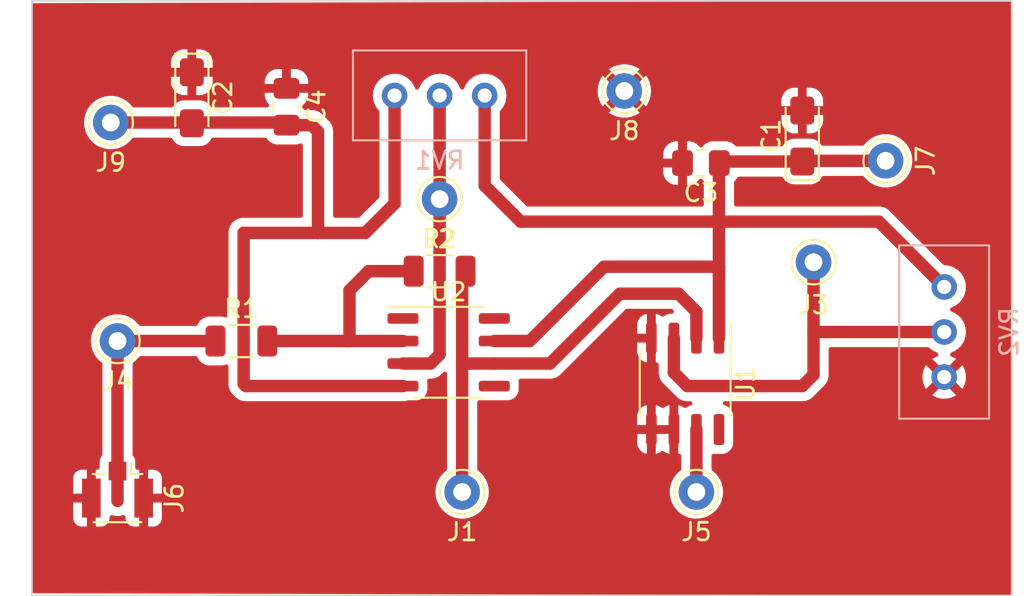
<source format=kicad_pcb>
(kicad_pcb (version 20221018) (generator pcbnew)
  (layers (0 "F.Cu" signal) (31 "B.Cu" signal) (34 "B.Paste" user) (35 "F.Paste" user) (36 "B.SilkS" user "B.Silkscreen") (37 "F.SilkS" user "F.Silkscreen") (38 "B.Mask" user) (39 "F.Mask" user) (44 "Edge.Cuts" user))
  (net 0 "")
  (net 1 "Net-(J1-Pin_1)")
  (net 2 "Net-(J2-Pin_1)")
  (net 3 "Net-(J3-Pin_1)")
  (net 4 "Net-(J4-Pin_1)")
  (net 5 "Net-(J5-Pin_1)")
  (net 6 "GND")
  (net 7 "Net-(U2--)")
  (net 8 "+5V")
  (net 9 "-5V")
  (footprint "Connector_Pin:Pin_D1.0mm_L10.0mm" (layer "F.Cu") (at 116.84 58.169)
    (fp_text reference "J5" (at 0 2.25) (layer "F.SilkS"))
    (fp_text value "Conn_01x01_Pin")
    (fp_circle (center 0 0) (end 1.25 0.05) (stroke (width 0.12)) (fill none) (layer "F.SilkS"))
    (pad "1" thru_hole circle (at 0 0) (size 2 2) (drill 1) (layers "*.Cu" "*.Mask") (net 5 "Net-(J5-Pin_1)"))
  )
  (footprint "Capacitor_Tantalum_SMD:CP_EIA-3216-18_Kemet-A_Pad1.58x1.35mm_HandSolder" (layer "F.Cu") (at 122.809 38.1 90)
    (fp_text reference "C1" (at 0 -1.75 90) (layer "F.SilkS"))
    (fp_text value "C_Polarized")
    (fp_line (start -2.485 -0.935) (end -2.485 0.935) (stroke (width 0.12)) (layer "F.SilkS"))
    (fp_line (start -2.485 0.935) (end 1.6 0.935) (stroke (width 0.12)) (layer "F.SilkS"))
    (fp_line (start 1.6 -0.935) (end -2.485 -0.935) (stroke (width 0.12)) (layer "F.SilkS"))
    (pad "1" smd roundrect (at -1.4375 0 90) (size 1.575 1.35) (layers "F.Cu" "F.Paste" "F.Mask") (roundrect_rratio 0.185185) (net 8 "+5V"))
    (pad "2" smd roundrect (at 1.4375 0 90) (size 1.575 1.35) (layers "F.Cu" "F.Paste" "F.Mask") (roundrect_rratio 0.185185) (net 6 "GND"))
  )
  (footprint "Connector_Pin:Pin_D1.0mm_L10.0mm" (layer "F.Cu") (at 123.444 45.212)
    (fp_text reference "J3" (at 0 2.411) (layer "F.SilkS"))
    (fp_text value "Conn_01x01_Pin")
    (fp_circle (center 0 0) (end 1.25 0.05) (stroke (width 0.12)) (fill none) (layer "F.SilkS"))
    (pad "1" thru_hole circle (at 0 0) (size 2 2) (drill 1) (layers "*.Cu" "*.Mask") (net 3 "Net-(J3-Pin_1)"))
  )
  (footprint "Connector_Coaxial:U.FL_Hirose_U.FL-R-SMT-1_Vertical" (layer "F.Cu") (at 84.201 58.039 -90)
    (fp_text reference "J6" (at 0.475 -3.2 90) (layer "F.SilkS"))
    (fp_text value "Conn_Coaxial")
    (fp_line (start -0.885 -1.4) (end -0.885 -0.76) (stroke (width 0.12)) (layer "F.SilkS"))
    (fp_line (start -0.885 -0.76) (end -1.515 -0.76) (stroke (width 0.12)) (layer "F.SilkS"))
    (fp_line (start -0.885 1.4) (end -0.885 0.76) (stroke (width 0.12)) (layer "F.SilkS"))
    (fp_line (start 1.835 -1.35) (end 1.835 1.35) (stroke (width 0.12)) (layer "F.SilkS"))
    (pad "1" smd rect (at -1.05 0 270) (size 1.05 1) (layers "F.Cu" "F.Paste" "F.Mask") (net 4 "Net-(J4-Pin_1)"))
    (pad "2" smd rect (at 0.475 -1.475 270) (size 2.2 1.05) (layers "F.Cu" "F.Paste" "F.Mask") (net 6 "GND"))
    (pad "2" smd rect (at 0.475 1.475 270) (size 2.2 1.05) (layers "F.Cu" "F.Paste" "F.Mask") (net 6 "GND"))
  )
  (footprint "Package_SO:SO-8_3.9x4.9mm_P1.27mm" (layer "F.Cu") (at 116.205 52.07 -90)
    (fp_text reference "U1" (at 0 -3.4 90) (layer "F.SilkS"))
    (fp_text value "AD8611ARZ")
    (fp_line (start 0 -2.56) (end -3.45 -2.56) (stroke (width 0.12)) (layer "F.SilkS"))
    (fp_line (start 0 -2.56) (end 1.95 -2.56) (stroke (width 0.12)) (layer "F.SilkS"))
    (fp_line (start 0 2.56) (end -1.95 2.56) (stroke (width 0.12)) (layer "F.SilkS"))
    (fp_line (start 0 2.56) (end 1.95 2.56) (stroke (width 0.12)) (layer "F.SilkS"))
    (pad "1" smd roundrect (at -2.575 -1.905 270) (size 1.75 0.6) (layers "F.Cu" "F.Paste" "F.Mask") (net 8 "+5V"))
    (pad "2" smd roundrect (at -2.575 -0.635 270) (size 1.75 0.6) (layers "F.Cu" "F.Paste" "F.Mask") (net 1 "Net-(J1-Pin_1)"))
    (pad "3" smd roundrect (at -2.575 0.635 270) (size 1.75 0.6) (layers "F.Cu" "F.Paste" "F.Mask") (net 3 "Net-(J3-Pin_1)"))
    (pad "4" smd roundrect (at -2.575 1.905 270) (size 1.75 0.6) (layers "F.Cu" "F.Paste" "F.Mask") (net 6 "GND"))
    (pad "5" smd roundrect (at 2.575 1.905 270) (size 1.75 0.6) (layers "F.Cu" "F.Paste" "F.Mask") (net 6 "GND"))
    (pad "6" smd roundrect (at 2.575 0.635 270) (size 1.75 0.6) (layers "F.Cu" "F.Paste" "F.Mask") (net 6 "GND"))
    (pad "7" smd roundrect (at 2.575 -0.635 270) (size 1.75 0.6) (layers "F.Cu" "F.Paste" "F.Mask") (net 5 "Net-(J5-Pin_1)"))
    (pad "8" smd roundrect (at 2.575 -1.905 270) (size 1.75 0.6) (layers "F.Cu" "F.Paste" "F.Mask"))
  )
  (footprint "Package_SO:SO-8_3.9x4.9mm_P1.27mm" (layer "F.Cu") (at 102.87 50.292)
    (fp_text reference "U2" (at 0 -3.4) (layer "F.SilkS"))
    (fp_text value "AD8055AR")
    (fp_line (start 0 -2.56) (end -3.45 -2.56) (stroke (width 0.12)) (layer "F.SilkS"))
    (fp_line (start 0 -2.56) (end 1.95 -2.56) (stroke (width 0.12)) (layer "F.SilkS"))
    (fp_line (start 0 2.56) (end -1.95 2.56) (stroke (width 0.12)) (layer "F.SilkS"))
    (fp_line (start 0 2.56) (end 1.95 2.56) (stroke (width 0.12)) (layer "F.SilkS"))
    (pad "1" smd roundrect (at -2.575 -1.905) (size 1.75 0.6) (layers "F.Cu" "F.Paste" "F.Mask"))
    (pad "2" smd roundrect (at -2.575 -0.635) (size 1.75 0.6) (layers "F.Cu" "F.Paste" "F.Mask") (net 7 "Net-(U2--)"))
    (pad "3" smd roundrect (at -2.575 0.635) (size 1.75 0.6) (layers "F.Cu" "F.Paste" "F.Mask") (net 2 "Net-(J2-Pin_1)"))
    (pad "4" smd roundrect (at -2.575 1.905) (size 1.75 0.6) (layers "F.Cu" "F.Paste" "F.Mask") (net 9 "-5V"))
    (pad "5" smd roundrect (at 2.575 1.905) (size 1.75 0.6) (layers "F.Cu" "F.Paste" "F.Mask"))
    (pad "6" smd roundrect (at 2.575 0.635) (size 1.75 0.6) (layers "F.Cu" "F.Paste" "F.Mask") (net 1 "Net-(J1-Pin_1)"))
    (pad "7" smd roundrect (at 2.575 -0.635) (size 1.75 0.6) (layers "F.Cu" "F.Paste" "F.Mask") (net 8 "+5V"))
    (pad "8" smd roundrect (at 2.575 -1.905) (size 1.75 0.6) (layers "F.Cu" "F.Paste" "F.Mask"))
  )
  (footprint "Resistor_SMD:R_1206_3216Metric" (layer "F.Cu") (at 102.362 45.72)
    (fp_text reference "R2" (at 0 -1.82) (layer "F.SilkS"))
    (fp_text value "10K")
    (fp_line (start -0.727064 -0.91) (end 0.727064 -0.91) (stroke (width 0.12)) (layer "F.SilkS"))
    (fp_line (start -0.727064 0.91) (end 0.727064 0.91) (stroke (width 0.12)) (layer "F.SilkS"))
    (pad "1" smd roundrect (at -1.4625 0) (size 1.125 1.75) (layers "F.Cu" "F.Paste" "F.Mask") (roundrect_rratio 0.222222) (net 7 "Net-(U2--)"))
    (pad "2" smd roundrect (at 1.4625 0) (size 1.125 1.75) (layers "F.Cu" "F.Paste" "F.Mask") (roundrect_rratio 0.222222) (net 1 "Net-(J1-Pin_1)"))
  )
  (footprint "Connector_Pin:Pin_D1.0mm_L10.0mm" (layer "F.Cu") (at 102.362 41.656)
    (fp_text reference "J2" (at 0 2.25) (layer "F.SilkS"))
    (fp_text value "Conn_01x01_Pin")
    (fp_circle (center 0 0) (end 1.25 0.05) (stroke (width 0.12)) (fill none) (layer "F.SilkS"))
    (pad "1" thru_hole circle (at 0 0) (size 2 2) (drill 1) (layers "*.Cu" "*.Mask") (net 2 "Net-(J2-Pin_1)"))
  )
  (footprint "Resistor_SMD:R_1206_3216Metric" (layer "F.Cu") (at 91.186 49.657)
    (fp_text reference "R1" (at 0 -1.82) (layer "F.SilkS"))
    (fp_text value "10K")
    (fp_line (start -0.727064 -0.91) (end 0.727064 -0.91) (stroke (width 0.12)) (layer "F.SilkS"))
    (fp_line (start -0.727064 0.91) (end 0.727064 0.91) (stroke (width 0.12)) (layer "F.SilkS"))
    (pad "1" smd roundrect (at -1.4625 0) (size 1.125 1.75) (layers "F.Cu" "F.Paste" "F.Mask") (roundrect_rratio 0.222222) (net 4 "Net-(J4-Pin_1)"))
    (pad "2" smd roundrect (at 1.4625 0) (size 1.125 1.75) (layers "F.Cu" "F.Paste" "F.Mask") (roundrect_rratio 0.222222) (net 7 "Net-(U2--)"))
  )
  (footprint "Capacitor_SMD:C_0805_2012Metric_Pad1.18x1.45mm_HandSolder" (layer "F.Cu") (at 93.726 36.449 -90)
    (fp_text reference "C4" (at 0 -1.68 90) (layer "F.SilkS"))
    (fp_text value "C")
    (fp_line (start -0.261252 -0.735) (end 0.261252 -0.735) (stroke (width 0.12)) (layer "F.SilkS"))
    (fp_line (start -0.261252 0.735) (end 0.261252 0.735) (stroke (width 0.12)) (layer "F.SilkS"))
    (pad "1" smd roundrect (at -1.0375 0 270) (size 1.175 1.45) (layers "F.Cu" "F.Paste" "F.Mask") (roundrect_rratio 0.212766) (net 6 "GND"))
    (pad "2" smd roundrect (at 1.0375 0 270) (size 1.175 1.45) (layers "F.Cu" "F.Paste" "F.Mask") (roundrect_rratio 0.212766) (net 9 "-5V"))
  )
  (footprint "Connector_Pin:Pin_D1.0mm_L10.0mm" (layer "F.Cu") (at 84.201 49.657)
    (fp_text reference "J4" (at 0 2.25) (layer "F.SilkS"))
    (fp_text value "Conn_01x01_Pin")
    (fp_circle (center 0 0) (end 1.25 0.05) (stroke (width 0.12)) (fill none) (layer "F.SilkS"))
    (pad "1" thru_hole circle (at 0 0) (size 2 2) (drill 1) (layers "*.Cu" "*.Mask") (net 4 "Net-(J4-Pin_1)"))
  )
  (footprint "Connector_Pin:Pin_D1.0mm_L10.0mm" (layer "F.Cu") (at 112.776 35.56)
    (fp_text reference "J8" (at 0 2.25) (layer "F.SilkS"))
    (fp_text value "Conn_01x01_Pin")
    (fp_circle (center 0 0) (end 1.25 0.05) (stroke (width 0.12)) (fill none) (layer "F.SilkS"))
    (pad "1" thru_hole circle (at 0 0) (size 2 2) (drill 1) (layers "*.Cu" "*.Mask") (net 6 "GND"))
  )
  (footprint "Connector_Pin:Pin_D1.0mm_L10.0mm" (layer "F.Cu") (at 127.508 39.497 90)
    (fp_text reference "J7" (at 0 2.25 90) (layer "F.SilkS"))
    (fp_text value "Conn_01x01_Pin")
    (fp_circle (center 0 0) (end 1.25 0.05) (stroke (width 0.12)) (fill none) (layer "F.SilkS"))
    (pad "1" thru_hole circle (at 0 0 90) (size 2 2) (drill 1) (layers "*.Cu" "*.Mask") (net 8 "+5V"))
  )
  (footprint "Connector_Pin:Pin_D1.0mm_L10.0mm" (layer "F.Cu") (at 83.82 37.338)
    (fp_text reference "J9" (at 0 2.25) (layer "F.SilkS"))
    (fp_text value "Conn_01x01_Pin")
    (fp_circle (center 0 0) (end 1.25 0.05) (stroke (width 0.12)) (fill none) (layer "F.SilkS"))
    (pad "1" thru_hole circle (at 0 0) (size 2 2) (drill 1) (layers "*.Cu" "*.Mask") (net 9 "-5V"))
  )
  (footprint "Capacitor_Tantalum_SMD:CP_EIA-3216-18_Kemet-A_Pad1.58x1.35mm_HandSolder" (layer "F.Cu") (at 88.392 35.941 -90)
    (fp_text reference "C2" (at 0 -1.75 90) (layer "F.SilkS"))
    (fp_text value "C_Polarized")
    (fp_line (start -2.485 -0.935) (end -2.485 0.935) (stroke (width 0.12)) (layer "F.SilkS"))
    (fp_line (start -2.485 0.935) (end 1.6 0.935) (stroke (width 0.12)) (layer "F.SilkS"))
    (fp_line (start 1.6 -0.935) (end -2.485 -0.935) (stroke (width 0.12)) (layer "F.SilkS"))
    (pad "1" smd roundrect (at -1.4375 0 270) (size 1.575 1.35) (layers "F.Cu" "F.Paste" "F.Mask") (roundrect_rratio 0.185185) (net 6 "GND"))
    (pad "2" smd roundrect (at 1.4375 0 270) (size 1.575 1.35) (layers "F.Cu" "F.Paste" "F.Mask") (roundrect_rratio 0.185185) (net 9 "-5V"))
  )
  (footprint "Capacitor_SMD:C_0805_2012Metric_Pad1.18x1.45mm_HandSolder" (layer "F.Cu") (at 117.094 39.624 180)
    (fp_text reference "C3" (at 0 -1.68) (layer "F.SilkS"))
    (fp_text value "C")
    (fp_line (start -0.261252 -0.735) (end 0.261252 -0.735) (stroke (width 0.12)) (layer "F.SilkS"))
    (fp_line (start -0.261252 0.735) (end 0.261252 0.735) (stroke (width 0.12)) (layer "F.SilkS"))
    (pad "1" smd roundrect (at -1.0375 0 180) (size 1.175 1.45) (layers "F.Cu" "F.Paste" "F.Mask") (roundrect_rratio 0.212766) (net 8 "+5V"))
    (pad "2" smd roundrect (at 1.0375 0 180) (size 1.175 1.45) (layers "F.Cu" "F.Paste" "F.Mask") (roundrect_rratio 0.212766) (net 6 "GND"))
  )
  (footprint "Connector_Pin:Pin_D1.0mm_L10.0mm" (layer "F.Cu") (at 103.632 58.169)
    (fp_text reference "J1" (at 0 2.25) (layer "F.SilkS"))
    (fp_text value "Conn_01x01_Pin")
    (fp_circle (center 0 0) (end 1.25 0.05) (stroke (width 0.12)) (fill none) (layer "F.SilkS"))
    (pad "1" thru_hole circle (at 0 0) (size 2 2) (drill 1) (layers "*.Cu" "*.Mask") (net 1 "Net-(J1-Pin_1)"))
  )
  (footprint "Potentiometer_THT:Potentiometer_Bourns_3296W_Vertical" (layer "B.Cu") (at 130.81 46.609 90)
    (fp_text reference "RV2" (at -2.54 3.66 90) (layer "B.SilkS") (effects (justify mirror)))
    (fp_text value "10K")
    (fp_line (start -7.425 -2.54) (end 2.345 -2.54) (stroke (width 0.12)) (layer "B.SilkS"))
    (fp_line (start -7.425 2.53) (end -7.425 -2.54) (stroke (width 0.12)) (layer "B.SilkS"))
    (fp_line (start -7.425 2.53) (end 2.345 2.53) (stroke (width 0.12)) (layer "B.SilkS"))
    (fp_line (start 2.345 2.53) (end 2.345 -2.54) (stroke (width 0.12)) (layer "B.SilkS"))
    (pad "1" thru_hole circle (at 0 0 90) (size 1.44 1.44) (drill 0.8) (layers "*.Cu" "*.Mask") (net 8 "+5V"))
    (pad "2" thru_hole circle (at -2.54 0 90) (size 1.44 1.44) (drill 0.8) (layers "*.Cu" "*.Mask") (net 3 "Net-(J3-Pin_1)"))
    (pad "3" thru_hole circle (at -5.08 0 90) (size 1.44 1.44) (drill 0.8) (layers "*.Cu" "*.Mask") (net 6 "GND"))
  )
  (footprint "Potentiometer_THT:Potentiometer_Bourns_3296W_Vertical" (layer "B.Cu") (at 104.902 35.814)
    (fp_text reference "RV1" (at -2.54 3.66) (layer "B.SilkS") (effects (justify mirror)))
    (fp_text value "10K")
    (fp_line (start -7.425 -2.54) (end 2.345 -2.54) (stroke (width 0.12)) (layer "B.SilkS"))
    (fp_line (start -7.425 2.53) (end -7.425 -2.54) (stroke (width 0.12)) (layer "B.SilkS"))
    (fp_line (start -7.425 2.53) (end 2.345 2.53) (stroke (width 0.12)) (layer "B.SilkS"))
    (fp_line (start 2.345 2.53) (end 2.345 -2.54) (stroke (width 0.12)) (layer "B.SilkS"))
    (pad "1" thru_hole circle (at 0 0) (size 1.44 1.44) (drill 0.8) (layers "*.Cu" "*.Mask") (net 8 "+5V"))
    (pad "2" thru_hole circle (at -2.54 0) (size 1.44 1.44) (drill 0.8) (layers "*.Cu" "*.Mask") (net 2 "Net-(J2-Pin_1)"))
    (pad "3" thru_hole circle (at -5.08 0) (size 1.44 1.44) (drill 0.8) (layers "*.Cu" "*.Mask") (net 9 "-5V"))
  )
  (gr_rect (start 79.375 30.48) (end 134.62 64.008) (stroke (width 0.1)) (fill none) (layer "Edge.Cuts"))
  (segment (start 112.522 46.99) (end 108.585 50.927) (width 0.7) (layer "F.Cu") (net 1))
  (segment (start 103.632 50.927) (end 103.632 58.169) (width 0.7) (layer "F.Cu") (net 1))
  (segment (start 103.632 50.927) (end 103.632 45.7815) (width 0.7) (layer "F.Cu") (net 1))
  (segment (start 116.84 49.495) (end 116.84 48.006) (width 0.7) (layer "F.Cu") (net 1))
  (segment (start 105.445 50.927) (end 103.632 50.927) (width 0.7) (layer "F.Cu") (net 1))
  (segment (start 115.824 46.99) (end 112.522 46.99) (width 0.7) (layer "F.Cu") (net 1))
  (segment (start 108.585 50.927) (end 105.445 50.927) (width 0.7) (layer "F.Cu") (net 1))
  (segment (start 116.84 48.006) (end 115.824 46.99) (width 0.7) (layer "F.Cu") (net 1))
  (segment (start 100.295 50.927) (end 101.854 50.927) (width 0.7) (layer "F.Cu") (net 2))
  (segment (start 101.854 50.927) (end 102.362 50.419) (width 0.7) (layer "F.Cu") (net 2))
  (segment (start 102.362 50.419) (end 102.362 35.814) (width 0.7) (layer "F.Cu") (net 2))
  (segment (start 115.57 49.495) (end 115.57 51.435) (width 0.7) (layer "F.Cu") (net 3))
  (segment (start 123.444 51.562) (end 123.444 45.212) (width 0.7) (layer "F.Cu") (net 3))
  (segment (start 116.332 52.197) (end 122.809 52.197) (width 0.7) (layer "F.Cu") (net 3))
  (segment (start 122.809 52.197) (end 123.444 51.562) (width 0.7) (layer "F.Cu") (net 3))
  (segment (start 115.57 51.435) (end 116.332 52.197) (width 0.7) (layer "F.Cu") (net 3))
  (segment (start 130.81 49.149) (end 123.444 49.149) (width 0.7) (layer "F.Cu") (net 3))
  (segment (start 84.201 56.989) (end 84.201 58.674) (width 0.7) (layer "F.Cu") (net 4))
  (segment (start 84.201 49.657) (end 89.7235 49.657) (width 0.7) (layer "F.Cu") (net 4))
  (segment (start 84.201 56.989) (end 84.201 49.657) (width 0.7) (layer "F.Cu") (net 4))
  (segment (start 116.84 58.169) (end 116.84 54.645) (width 0.7) (layer "F.Cu") (net 5))
  (segment (start 100.6455 45.72) (end 98.3615 45.72) (width 0.7) (layer "F.Cu") (net 7))
  (segment (start 98.3615 45.72) (end 97.282 46.7995) (width 0.7) (layer "F.Cu") (net 7))
  (segment (start 100.295 49.657) (end 97.282 49.657) (width 0.7) (layer "F.Cu") (net 7))
  (segment (start 97.282 46.7995) (end 97.282 49.657) (width 0.7) (layer "F.Cu") (net 7))
  (segment (start 97.282 49.657) (end 92.6485 49.657) (width 0.7) (layer "F.Cu") (net 7))
  (segment (start 118.218 39.5375) (end 118.1315 39.624) (width 0.7) (layer "F.Cu") (net 8))
  (segment (start 107.442 49.657) (end 105.445 49.657) (width 0.7) (layer "F.Cu") (net 8))
  (segment (start 127.127 42.926) (end 130.81 46.609) (width 0.7) (layer "F.Cu") (net 8))
  (segment (start 127.508 39.497) (end 122.8495 39.497) (width 0.7) (layer "F.Cu") (net 8))
  (segment (start 118.11 45.974) (end 118.11 45.466) (width 0.7) (layer "F.Cu") (net 8))
  (segment (start 104.902 40.894) (end 104.902 35.814) (width 0.7) (layer "F.Cu") (net 8))
  (segment (start 106.934 42.926) (end 104.902 40.894) (width 0.7) (layer "F.Cu") (net 8))
  (segment (start 118.11 45.974) (end 118.11 42.926) (width 0.7) (layer "F.Cu") (net 8))
  (segment (start 118.11 42.926) (end 117.856 42.926) (width 0.7) (layer "F.Cu") (net 8))
  (segment (start 118.11 49.495) (end 118.11 45.974) (width 0.7) (layer "F.Cu") (net 8))
  (segment (start 111.633 45.466) (end 107.442 49.657) (width 0.7) (layer "F.Cu") (net 8))
  (segment (start 122.809 39.5375) (end 118.218 39.5375) (width 0.7) (layer "F.Cu") (net 8))
  (segment (start 118.11 39.6455) (end 118.1315 39.624) (width 0.7) (layer "F.Cu") (net 8))
  (segment (start 118.11 42.926) (end 118.11 39.6455) (width 0.7) (layer "F.Cu") (net 8))
  (segment (start 118.11 45.466) (end 111.633 45.466) (width 0.7) (layer "F.Cu") (net 8))
  (segment (start 117.856 42.926) (end 106.934 42.926) (width 0.7) (layer "F.Cu") (net 8))
  (segment (start 122.8495 39.497) (end 122.809 39.5375) (width 0.7) (layer "F.Cu") (net 8))
  (segment (start 117.856 42.926) (end 127.127 42.926) (width 0.7) (layer "F.Cu") (net 8))
  (segment (start 100.295 52.197) (end 91.44 52.197) (width 0.7) (layer "F.Cu") (net 9))
  (segment (start 95.504 37.846) (end 95.1445 37.4865) (width 0.7) (layer "F.Cu") (net 9))
  (segment (start 95.1445 37.4865) (end 93.726 37.4865) (width 0.7) (layer "F.Cu") (net 9))
  (segment (start 91.44 52.197) (end 91.313 52.07) (width 0.7) (layer "F.Cu") (net 9))
  (segment (start 95.504 43.561) (end 95.504 37.846) (width 0.7) (layer "F.Cu") (net 9))
  (segment (start 99.822 41.91) (end 98.171 43.561) (width 0.7) (layer "F.Cu") (net 9))
  (segment (start 99.822 35.814) (end 99.822 41.91) (width 0.7) (layer "F.Cu") (net 9))
  (segment (start 95.504 43.561) (end 91.313 43.561) (width 0.7) (layer "F.Cu") (net 9))
  (segment (start 91.313 52.07) (end 91.313 43.561) (width 0.7) (layer "F.Cu") (net 9))
  (segment (start 98.171 43.561) (end 95.504 43.561) (width 0.7) (layer "F.Cu") (net 9))
  (segment (start 93.5775 37.338) (end 83.82 37.338) (width 0.7) (layer "F.Cu") (net 9))
  (segment (start 93.726 37.4865) (end 93.5775 37.338) (width 0.7) (layer "F.Cu") (net 9))
  (zone (net 6) (net_name "GND") (layer "F.Cu") (connect_pads (clearance 0.5)) (min_thickness 0.25) (fill yes (thermal_gap 0.5) (thermal_bridge_width 0.5))
    (polygon (pts (xy 79.375 30.607) (xy 134.62 30.48) (xy 134.62 64.008) (xy 79.375 63.881)))
  )
)
</source>
